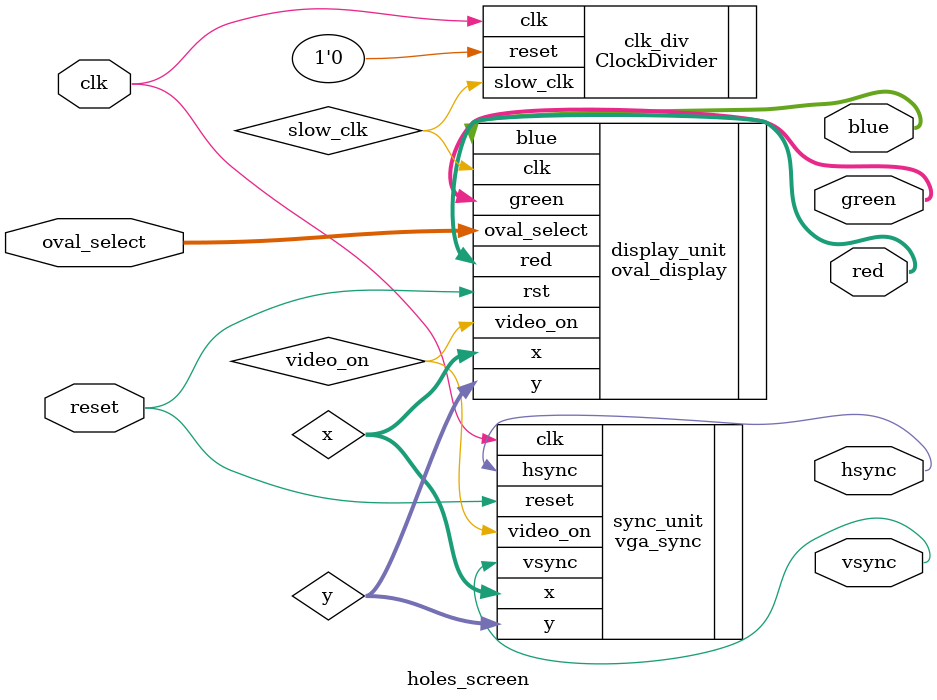
<source format=v>
module holes_screen (
    input wire clk,
    input wire reset,
    input  wire [2:0] oval_select,
    output wire hsync,
    output wire vsync,
    output wire [3:0] red,
    output wire [3:0] green,
    output wire [3:0] blue
);

    wire video_on;
    wire [9:0] x, y;
//    wire [2:0] oval_select;

    // Instantiate vga_sync
    vga_sync sync_unit (
        .clk(clk),
        .reset(reset),
        .hsync(hsync),
        .vsync(vsync),
        .video_on(video_on),
        .x(x),
        .y(y)
    );
        
    ClockDivider clk_div(
        .clk(clk),          // Fast clock from FPGA
        .reset(1'b0),       // No reset
        .slow_clk(slow_clk) // Slower clock output
    );

    // Instantiate oval_display
    oval_display display_unit (
        .clk(slow_clk),
        .rst(reset),
        .oval_select(oval_select),  // Connect selector
        .x(x),
        .y(y),
        .video_on(video_on),
        .red(red),
        .green(green),
        .blue(blue)
    );

endmodule
</source>
